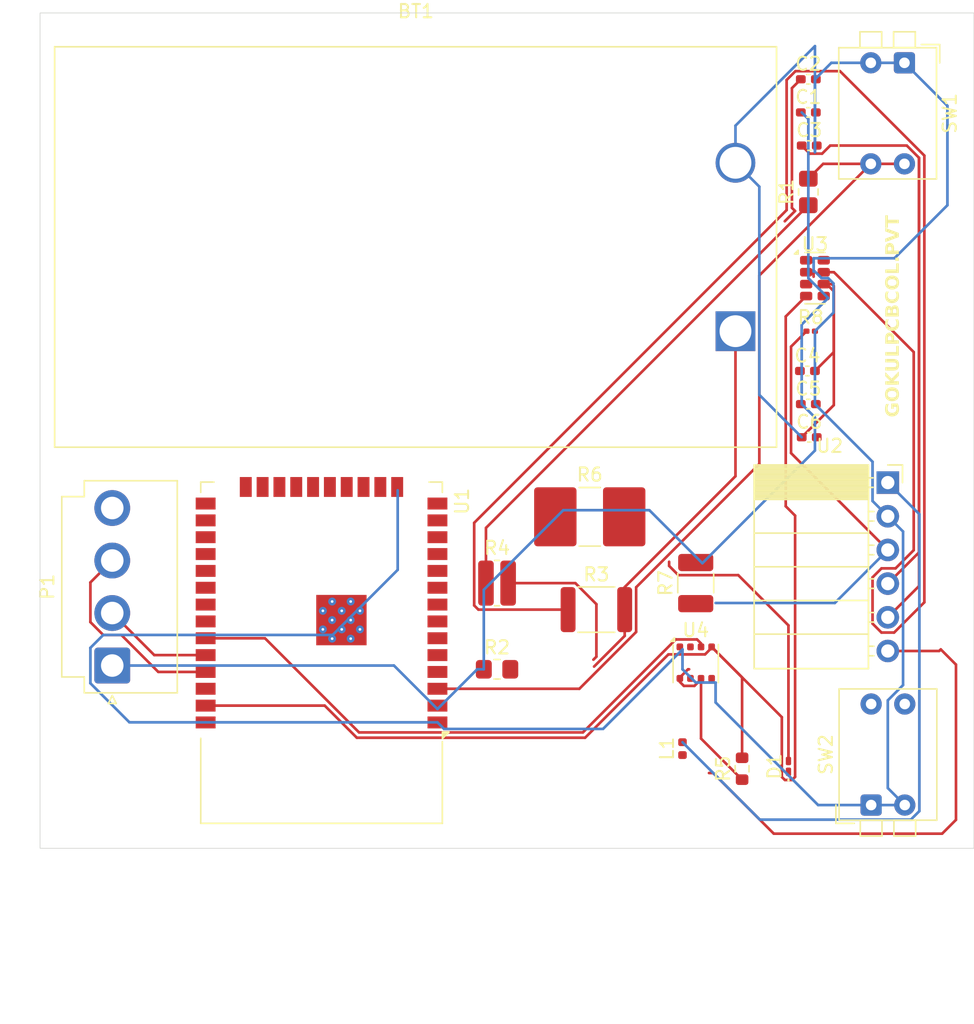
<source format=kicad_pcb>
(kicad_pcb (version 20241229) (generator "pcbnew") (generator_version "9.0")
  (layers (0 "F.Cu" signal) (2 "B.Cu" signal) (13 "F.Paste" user) (15 "B.Paste" user) (5 "F.SilkS" user "F.Silkscreen") (7 "B.SilkS" user "B.Silkscreen") (1 "F.Mask" user) (3 "B.Mask" user) (25 "Edge.Cuts" user))
  (net 0 "")
  (net 1 "/VCC")
  (net 2 "GND")
  (net 3 "+3V3")
  (net 4 "/3V3")
  (net 5 "Net-(D1-A)")
  (net 6 "Net-(U2-SW)")
  (net 7 "<NO NET>")
  (net 8 "/TXD")
  (net 9 "/RXD")
  (net 10 "/EN")
  (net 11 "/IO0")
  (net 12 "/VIN")
  (net 13 "Net-(U3-SDA)")
  (net 14 "/SCL")
  (net 15 "/FB")
  (net 36 "/SDA")
  (footprint "Resistor_SMD:R_0603_1608Metric" (layer "F.Cu") (at 136 86 90)
    (property "Reference" "R5" (at 0 -1.43 90) (layer "F.SilkS"))
    (property "Value" "3.3k")
    (fp_line (start -0.237258 -0.5225) (end 0.237258 -0.5225) (stroke (width 0.12)) (layer "F.SilkS"))
    (fp_line (start -0.237258 0.5225) (end 0.237258 0.5225) (stroke (width 0.12)) (layer "F.SilkS"))
    (pad "1" smd roundrect (at -0.825 0 90) (size 0.8 0.95) (layers "F.Cu" "F.Mask" "F.Paste") (net 3 "+3V3"))
    (pad "2" smd roundrect (at 0.825 0 90) (size 0.8 0.95) (layers "F.Cu" "F.Mask" "F.Paste") (net 14 "/SCL"))
  )
  (footprint "Connector_PinSocket_2.54mm:PinSocket_1x06_P2.54mm_Horizontal" (layer "F.Cu") (at 147 64.42)
    (property "Reference" "U2" (at -4.38 -2.77 0) (layer "F.SilkS"))
    (property "Value" "TLV61046ADBVR")
    (fp_line (start -10.09 -1.33) (end -10.09 14.03) (stroke (width 0.12)) (layer "F.SilkS"))
    (fp_line (start -10.09 -1.33) (end -1.46 -1.33) (stroke (width 0.12)) (layer "F.SilkS"))
    (fp_line (start -10.09 -1.21) (end -1.46 -1.21) (stroke (width 0.12)) (layer "F.SilkS"))
    (fp_line (start -10.09 -1.091905) (end -1.46 -1.091905) (stroke (width 0.12)) (layer "F.SilkS"))
    (fp_line (start -10.09 -0.97381) (end -1.46 -0.97381) (stroke (width 0.12)) (layer "F.SilkS"))
    (fp_line (start -10.09 -0.855715) (end -1.46 -0.855715) (stroke (width 0.12)) (layer "F.SilkS"))
    (fp_line (start -10.09 -0.73762) (end -1.46 -0.73762) (stroke (width 0.12)) (layer "F.SilkS"))
    (fp_line (start -10.09 -0.619525) (end -1.46 -0.619525) (stroke (width 0.12)) (layer "F.SilkS"))
    (fp_line (start -10.09 -0.50143) (end -1.46 -0.50143) (stroke (width 0.12)) (layer "F.SilkS"))
    (fp_line (start -10.09 -0.383335) (end -1.46 -0.383335) (stroke (width 0.12)) (layer "F.SilkS"))
    (fp_line (start -10.09 -0.26524) (end -1.46 -0.26524) (stroke (width 0.12)) (layer "F.SilkS"))
    (fp_line (start -10.09 -0.147145) (end -1.46 -0.147145) (stroke (width 0.12)) (layer "F.SilkS"))
    (fp_line (start -10.09 -0.02905) (end -1.46 -0.02905) (stroke (width 0.12)) (layer "F.SilkS"))
    (fp_line (start -10.09 0.089045) (end -1.46 0.089045) (stroke (width 0.12)) (layer "F.SilkS"))
    (fp_line (start -10.09 0.20714) (end -1.46 0.20714) (stroke (width 0.12)) (layer "F.SilkS"))
    (fp_line (start -10.09 0.325235) (end -1.46 0.325235) (stroke (width 0.12)) (layer "F.SilkS"))
    (fp_line (start -10.09 0.44333) (end -1.46 0.44333) (stroke (width 0.12)) (layer "F.SilkS"))
    (fp_line (start -10.09 0.561425) (end -1.46 0.561425) (stroke (width 0.12)) (layer "F.SilkS"))
    (fp_line (start -10.09 0.67952) (end -1.46 0.67952) (stroke (width 0.12)) (layer "F.SilkS"))
    (fp_line (start -10.09 0.797615) (end -1.46 0.797615) (stroke (width 0.12)) (layer "F.SilkS"))
    (fp_line (start -10.09 0.91571) (end -1.46 0.91571) (stroke (width 0.12)) (layer "F.SilkS"))
    (fp_line (start -10.09 1.033805) (end -1.46 1.033805) (stroke (width 0.12)) (layer "F.SilkS"))
    (fp_line (start -10.09 1.1519) (end -1.46 1.1519) (stroke (width 0.12)) (layer "F.SilkS"))
    (fp_line (start -10.09 1.27) (end -1.46 1.27) (stroke (width 0.12)) (layer "F.SilkS"))
    (fp_line (start -10.09 3.81) (end -1.46 3.81) (stroke (width 0.12)) (layer "F.SilkS"))
    (fp_line (start -10.09 6.35) (end -1.46 6.35) (stroke (width 0.12)) (layer "F.SilkS"))
    (fp_line (start -10.09 8.89) (end -1.46 8.89) (stroke (width 0.12)) (layer "F.SilkS"))
    (fp_line (start -10.09 11.43) (end -1.46 11.43) (stroke (width 0.12)) (layer "F.SilkS"))
    (fp_line (start -10.09 14.03) (end -1.46 14.03) (stroke (width 0.12)) (layer "F.SilkS"))
    (fp_line (start -1.46 -1.33) (end -1.46 14.03) (stroke (width 0.12)) (layer "F.SilkS"))
    (fp_line (start -1.46 -0.36) (end -1.11 -0.36) (stroke (width 0.12)) (layer "F.SilkS"))
    (fp_line (start -1.46 0.36) (end -1.11 0.36) (stroke (width 0.12)) (layer "F.SilkS"))
    (fp_line (start -1.46 2.18) (end -1.05 2.18) (stroke (width 0.12)) (layer "F.SilkS"))
    (fp_line (start -1.46 2.9) (end -1.05 2.9) (stroke (width 0.12)) (layer "F.SilkS"))
    (fp_line (start -1.46 4.72) (end -1.05 4.72) (stroke (width 0.12)) (layer "F.SilkS"))
    (fp_line (start -1.46 5.44) (end -1.05 5.44) (stroke (width 0.12)) (layer "F.SilkS"))
    (fp_line (start -1.46 7.26) (end -1.05 7.26) (stroke (width 0.12)) (layer "F.SilkS"))
    (fp_line (start -1.46 7.98) (end -1.05 7.98) (stroke (width 0.12)) (layer "F.SilkS"))
    (fp_line (start -1.46 9.8) (end -1.05 9.8) (stroke (width 0.12)) (layer "F.SilkS"))
    (fp_line (start -1.46 10.52) (end -1.05 10.52) (stroke (width 0.12)) (layer "F.SilkS"))
    (fp_line (start -1.46 12.34) (end -1.05 12.34) (stroke (width 0.12)) (layer "F.SilkS"))
    (fp_line (start -1.46 13.06) (end -1.05 13.06) (stroke (width 0.12)) (layer "F.SilkS"))
    (fp_line (start 0 -1.33) (end 1.11 -1.33) (stroke (width 0.12)) (layer "F.SilkS"))
    (fp_line (start 1.11 -1.33) (end 1.11 0) (stroke (width 0.12)) (layer "F.SilkS"))
    (pad "1" thru_hole rect (at 0 0) (size 1.7 1.7) (drill 1) (layers "*.Cu" "*.Mask") (net 6 "Net-(U2-SW)"))
    (pad "2" thru_hole oval (at 0 2.54) (size 1.7 1.7) (drill 1) (layers "*.Cu" "*.Mask") (net 2 "GND"))
    (pad "3" thru_hole oval (at 0 5.08) (size 1.7 1.7) (drill 1) (layers "*.Cu" "*.Mask") (net 15 "/FB"))
    (pad "4" thru_hole oval (at 0 7.62) (size 1.7 1.7) (drill 1) (layers "*.Cu" "*.Mask") (net 4 "/3V3"))
    (pad "5" thru_hole oval (at 0 10.16) (size 1.7 1.7) (drill 1) (layers "*.Cu" "*.Mask") (net 4 "/3V3"))
    (pad "6" thru_hole oval (at 0 12.7) (size 1.7 1.7) (drill 1) (layers "*.Cu" "*.Mask") (net 1 "/VCC"))
  )
  (footprint "Capacitor_SMD:C_0402_1005Metric_Pad0.74x0.62mm_HandSolder" (layer "F.Cu") (at 141.0675 39)
    (property "Reference" "C3" (at 0 -1.16 0) (layer "F.SilkS"))
    (property "Value" "3nf")
    (fp_line (start -0.115835 -0.36) (end 0.115835 -0.36) (stroke (width 0.12)) (layer "F.SilkS"))
    (fp_line (start -0.115835 0.36) (end 0.115835 0.36) (stroke (width 0.12)) (layer "F.SilkS"))
    (pad "1" smd roundrect (at -0.5675 0) (size 0.735 0.62) (layers "F.Cu" "F.Mask" "F.Paste") (net 4 "/3V3"))
    (pad "2" smd roundrect (at 0.5675 0) (size 0.735 0.62) (layers "F.Cu" "F.Mask" "F.Paste") (net 2 "GND"))
  )
  (footprint "Resistor_SMD:R_0805_2012Metric_Pad1.20x1.40mm_HandSolder" (layer "F.Cu") (at 117.5 78.5)
    (property "Reference" "R2" (at 0 -1.65 0) (layer "F.SilkS"))
    (property "Value" "10K")
    (fp_line (start -0.227064 -0.735) (end 0.227064 -0.735) (stroke (width 0.12)) (layer "F.SilkS"))
    (fp_line (start -0.227064 0.735) (end 0.227064 0.735) (stroke (width 0.12)) (layer "F.SilkS"))
    (pad "1" smd roundrect (at -1 0) (size 1.2 1.4) (layers "F.Cu" "F.Mask" "F.Paste") (roundrect_rratio 0.208333) (net 3 "+3V3"))
    (pad "2" smd roundrect (at 1 0) (size 1.2 1.4) (layers "F.Cu" "F.Mask" "F.Paste") (roundrect_rratio 0.208333) (net 11 "/IO0"))
  )
  (footprint "Capacitor_SMD:C_0402_1005Metric_Pad0.74x0.62mm_HandSolder" (layer "F.Cu") (at 141.0675 61)
    (property "Reference" "C6" (at 0 -1.16 0) (layer "F.SilkS"))
    (property "Value" "100nF")
    (fp_line (start -0.115835 -0.36) (end 0.115835 -0.36) (stroke (width 0.12)) (layer "F.SilkS"))
    (fp_line (start -0.115835 0.36) (end 0.115835 0.36) (stroke (width 0.12)) (layer "F.SilkS"))
    (pad "1" smd roundrect (at -0.5675 0) (size 0.735 0.62) (layers "F.Cu" "F.Mask" "F.Paste") (net 2 "GND"))
    (pad "2" smd roundrect (at 0.5675 0) (size 0.735 0.62) (layers "F.Cu" "F.Mask" "F.Paste") (net 3 "+3V3"))
  )
  (footprint "Capacitor_SMD:C_0402_1005Metric_Pad0.74x0.62mm_HandSolder" (layer "F.Cu") (at 141 58.5)
    (property "Reference" "C5" (at 0 -1.16 0) (layer "F.SilkS"))
    (property "Value" "100nF")
    (fp_line (start -0.115835 -0.36) (end 0.115835 -0.36) (stroke (width 0.12)) (layer "F.SilkS"))
    (fp_line (start -0.115835 0.36) (end 0.115835 0.36) (stroke (width 0.12)) (layer "F.SilkS"))
    (pad "1" smd roundrect (at -0.5675 0) (size 0.735 0.62) (layers "F.Cu" "F.Mask" "F.Paste") (net 3 "+3V3"))
    (pad "2" smd roundrect (at 0.5675 0) (size 0.735 0.62) (layers "F.Cu" "F.Mask" "F.Paste") (net 2 "GND"))
  )
  (footprint "Capacitor_SMD:C_0402_1005Metric_Pad0.74x0.62mm_HandSolder" (layer "F.Cu") (at 141 34)
    (property "Reference" "C2" (at 0 -1.16 0) (layer "F.SilkS"))
    (property "Value" "4.7uf")
    (fp_line (start -0.115835 -0.36) (end 0.115835 -0.36) (stroke (width 0.12)) (layer "F.SilkS"))
    (fp_line (start -0.115835 0.36) (end 0.115835 0.36) (stroke (width 0.12)) (layer "F.SilkS"))
    (pad "1" smd roundrect (at -0.5675 0) (size 0.735 0.62) (layers "F.Cu" "F.Mask" "F.Paste") (net 1 "/VCC"))
    (pad "2" smd roundrect (at 0.5675 0) (size 0.735 0.62) (layers "F.Cu" "F.Mask" "F.Paste") (net 2 "GND"))
  )
  (footprint "Battery:BatteryHolder_Eagle_12BH611-GR" (layer "F.Cu") (at 135.5 53)
    (property "Reference" "BT1" (at -24.13 -24.13 0) (layer "F.SilkS"))
    (property "Value" "Battery")
    (fp_line (start -51.4 -21.45) (end 3.1 -21.45) (stroke (width 0.12)) (layer "F.SilkS"))
    (fp_line (start -51.4 8.75) (end -51.4 -21.45) (stroke (width 0.12)) (layer "F.SilkS"))
    (fp_line (start 3.1 -21.45) (end 3.1 8.75) (stroke (width 0.12)) (layer "F.SilkS"))
    (fp_line (start 3.1 8.75) (end -51.4 8.75) (stroke (width 0.12)) (layer "F.SilkS"))
    (pad "" np_thru_hole circle (at -38.9 -17.45) (size 2.6 2.6) (drill 2.6) (layers "*.Cu" "*.Mask"))
    (pad "" np_thru_hole circle (at -24.15 4.75) (size 2.6 2.6) (drill 2.6) (layers "*.Cu" "*.Mask"))
    (pad "" np_thru_hole circle (at -10.9 -17.45) (size 2.6 2.6) (drill 2.6) (layers "*.Cu" "*.Mask"))
    (pad "1" thru_hole rect (at 0 0) (size 3 3) (drill 2.4) (layers "*.Cu" "*.Mask") (net 1 "/VCC"))
    (pad "2" thru_hole circle (at 0 -12.7) (size 3 3) (drill 2.4) (layers "*.Cu" "*.Mask") (net 2 "GND"))
  )
  (footprint "Resistor_SMD:R_1210_3225Metric_Pad1.30x2.65mm_HandSolder" (layer "F.Cu") (at 132.5 72 90)
    (property "Reference" "R7" (at 0 -2.28 90) (layer "F.SilkS"))
    (property "Value" "R")
    (fp_line (start -0.723737 -1.355) (end 0.723737 -1.355) (stroke (width 0.12)) (layer "F.SilkS"))
    (fp_line (start -0.723737 1.355) (end 0.723737 1.355) (stroke (width 0.12)) (layer "F.SilkS"))
    (pad "1" smd roundrect (at -1.55 0 90) (size 1.3 2.65) (layers "F.Cu" "F.Mask" "F.Paste") (roundrect_rratio 0.192308) (net 15 "/FB"))
    (pad "2" smd roundrect (at 1.55 0 90) (size 1.3 2.65) (layers "F.Cu" "F.Mask" "F.Paste") (roundrect_rratio 0.192308) (net 3 "+3V3"))
  )
  (footprint "Button_Switch_THT:SW_DIP_SPSTx02_Piano_CTS_Series194-2MSTN_W7.62mm_P2.54mm" (layer "F.Cu") (at 145.7425 88.74 90)
    (property "Reference" "SW2" (at 3.81 -3.42 90) (layer "F.SilkS"))
    (property "Value" "SW_Push_Dual")
    (fp_line (start -1.38 -2.66) (end 0.003 -2.66) (stroke (width 0.12)) (layer "F.SilkS"))
    (fp_line (start -1.38 -2.66) (end -1.38 -1.277) (stroke (width 0.12)) (layer "F.SilkS"))
    (fp_line (start 8.76 -2.42) (end 8.76 4.96) (stroke (width 0.12)) (layer "F.SilkS"))
    (fp_line (start -1.14 -2.42) (end 8.76 -2.42) (stroke (width 0.12)) (layer "F.SilkS"))
    (fp_line (start -1.14 -2.42) (end -1.14 4.96) (stroke (width 0.12)) (layer "F.SilkS"))
    (fp_line (start -1.14 -0.82) (end -1.14 0.82) (stroke (width 0.12)) (layer "F.SilkS"))
    (fp_line (start -2.34 -0.82) (end -1.14 -0.82) (stroke (width 0.12)) (layer "F.SilkS"))
    (fp_line (start -2.34 -0.82) (end -2.34 0.82) (stroke (width 0.12)) (layer "F.SilkS"))
    (fp_line (start -2.34 0.82) (end -1.14 0.82) (stroke (width 0.12)) (layer "F.SilkS"))
    (fp_line (start -1.14 1.72) (end -1.14 3.36) (stroke (width 0.12)) (layer "F.SilkS"))
    (fp_line (start -2.34 1.72) (end -1.14 1.72) (stroke (width 0.12)) (layer "F.SilkS"))
    (fp_line (start -2.34 1.72) (end -2.34 3.36) (stroke (width 0.12)) (layer "F.SilkS"))
    (fp_line (start -2.34 3.36) (end -1.14 3.36) (stroke (width 0.12)) (layer "F.SilkS"))
    (fp_line (start -1.14 4.96) (end 8.76 4.96) (stroke (width 0.12)) (layer "F.SilkS"))
    (pad "1" thru_hole roundrect (at 0 0 90) (size 1.6 1.6) (drill 0.8) (layers "*.Cu" "*.Mask") (roundrect_rratio 0.15625) (net 2 "GND"))
    (pad "2" thru_hole circle (at 0 2.54 90) (size 1.6 1.6) (drill 0.8) (layers "*.Cu" "*.Mask") (net 2 "GND"))
    (pad "3" thru_hole circle (at 7.62 2.54 90) (size 1.6 1.6) (drill 0.8) (layers "*.Cu" "*.Mask") (net 11 "/IO0"))
    (pad "4" thru_hole circle (at 7.62 0 90) (size 1.6 1.6) (drill 0.8) (layers "*.Cu" "*.Mask") (net 11 "/IO0"))
  )
  (footprint "Resistor_SMD:R_2816_7142Metric_Pad3.20x4.45mm_HandSolder" (layer "F.Cu") (at 124.5 67)
    (property "Reference" "R6" (at 0 -3.18 0) (layer "F.SilkS"))
    (property "Value" "R")
    (fp_line (start -0.797369 -2.21) (end 0.797369 -2.21) (stroke (width 0.12)) (layer "F.SilkS"))
    (fp_line (start -0.797369 2.21) (end 0.797369 2.21) (stroke (width 0.12)) (layer "F.SilkS"))
    (pad "1" smd roundrect (at -2.6 0) (size 3.2 4.45) (layers "F.Cu" "F.Mask" "F.Paste") (roundrect_rratio 0.078125) (net 3 "+3V3"))
    (pad "2" smd roundrect (at 2.6 0) (size 3.2 4.45) (layers "F.Cu" "F.Mask" "F.Paste") (roundrect_rratio 0.078125) (net 5 "Net-(D1-A)"))
  )
  (footprint "Capacitor_SMD:C_0402_1005Metric_Pad0.74x0.62mm_HandSolder" (layer "F.Cu") (at 140.9325 56)
    (property "Reference" "C4" (at 0 -1.16 0) (layer "F.SilkS"))
    (property "Value" "100nF")
    (fp_line (start -0.115835 -0.36) (end 0.115835 -0.36) (stroke (width 0.12)) (layer "F.SilkS"))
    (fp_line (start -0.115835 0.36) (end 0.115835 0.36) (stroke (width 0.12)) (layer "F.SilkS"))
    (pad "1" smd roundrect (at -0.5675 0) (size 0.735 0.62) (layers "F.Cu" "F.Mask" "F.Paste") (net 3 "+3V3"))
    (pad "2" smd roundrect (at 0.5675 0) (size 0.735 0.62) (layers "F.Cu" "F.Mask" "F.Paste") (net 2 "GND"))
  )
  (footprint "Resistor_SMD:R_0612_1632Metric_Pad1.18x3.40mm_HandSolder" (layer "F.Cu") (at 117.5 72)
    (property "Reference" "R4" (at 0 -2.65 0) (layer "F.SilkS"))
    (property "Value" "3.3k")
    (fp_line (start -0.182983 -1.71) (end 0.182983 -1.71) (stroke (width 0.12)) (layer "F.SilkS"))
    (fp_line (start -0.182983 1.71) (end 0.182983 1.71) (stroke (width 0.12)) (layer "F.SilkS"))
    (pad "1" smd roundrect (at -0.8375 0) (size 1.175 3.4) (layers "F.Cu" "F.Mask" "F.Paste") (roundrect_rratio 0.212766) (net 3 "+3V3"))
    (pad "2" smd roundrect (at 0.8375 0) (size 1.175 3.4) (layers "F.Cu" "F.Mask" "F.Paste") (roundrect_rratio 0.212766) (net 13 "Net-(U3-SDA)"))
  )
  (footprint "Package_LGA:Bosch_LGA-8_3x3mm_P0.8mm_ClockwisePinNumbering" (layer "F.Cu") (at 132.5 78)
    (property "Reference" "U4" (at 0 -2.45 0) (layer "F.SilkS"))
    (property "Value" "BME680")
    (fp_line (start -1.71 -1.36) (end -1.71 1.5) (stroke (width 0.12)) (layer "F.SilkS"))
    (fp_line (start 1.71 -1.36) (end 1.71 1.5) (stroke (width 0.12)) (layer "F.SilkS"))
    (fp_poly (pts (xy -1.6 -1.6) (xy -1.88 -1.6) (xy -1.6 -1.88) (xy -1.6 -1.6)) (stroke (width 0.12)) (fill yes) (layer "F.SilkS"))
    (pad "1" smd roundrect (at -1.2 -1.1875) (size 0.5 0.525) (layers "F.Cu" "F.Mask" "F.Paste") (net 2 "GND"))
    (pad "2" smd roundrect (at -0.4 -1.1875) (size 0.5 0.525) (layers "F.Cu" "F.Mask" "F.Paste") (net 3 "+3V3"))
    (pad "3" smd roundrect (at 0.4 -1.1875) (size 0.5 0.525) (layers "F.Cu" "F.Mask" "F.Paste") (net 36 "/SDA"))
    (pad "4" smd roundrect (at 1.2 -1.1875) (size 0.5 0.525) (layers "F.Cu" "F.Mask" "F.Paste") (net 14 "/SCL"))
    (pad "5" smd roundrect (at 1.2 1.1875) (size 0.5 0.525) (layers "F.Cu" "F.Mask" "F.Paste") (net 2 "GND"))
    (pad "6" smd roundrect (at 0.4 1.1875) (size 0.5 0.525) (layers "F.Cu" "F.Mask" "F.Paste") (net 3 "+3V3"))
    (pad "7" smd roundrect (at -0.4 1.1875) (size 0.5 0.525) (layers "F.Cu" "F.Mask" "F.Paste") (net 2 "GND"))
    (pad "8" smd roundrect (at -1.2 1.1875) (size 0.5 0.525) (layers "F.Cu" "F.Mask" "F.Paste") (net 3 "+3V3"))
  )
  (footprint "RF_Module:ESP32-WROOM-32D" (layer "F.Cu") (at 104.25 74.26 180)
    (property "Reference" "U1" (at -10.61 8.43 90) (layer "F.SilkS"))
    (property "Value" "ESP32-WROOM-32D")
    (fp_line (start 9.12 9.88) (end 8.12 9.88) (stroke (width 0.12)) (layer "F.SilkS"))
    (fp_line (start 9.12 9.1) (end 9.12 9.88) (stroke (width 0.12)) (layer "F.SilkS"))
    (fp_line (start 9.12 -15.86) (end 9.12 -9.445) (stroke (width 0.12)) (layer "F.SilkS"))
    (fp_line (start -9.12 9.88) (end -8.12 9.88) (stroke (width 0.12)) (layer "F.SilkS"))
    (fp_line (start -9.12 9.1) (end -9.12 9.88) (stroke (width 0.12)) (layer "F.SilkS"))
    (fp_line (start -9.12 -15.86) (end 9.12 -15.86) (stroke (width 0.12)) (layer "F.SilkS"))
    (fp_line (start -9.12 -15.86) (end -9.12 -9.7) (stroke (width 0.12)) (layer "F.SilkS"))
    (fp_poly (pts (xy -9.125 -8.975) (xy -9.625 -8.975) (xy -9.125 -9.475) (xy -9.125 -8.975)) (stroke (width 0.12)) (fill yes) (layer "F.SilkS"))
    (pad "1" smd rect (at -8.75 -8.25 180) (size 1.5 0.9) (layers "F.Cu" "F.Mask" "F.Paste") (net 2 "GND"))
    (pad "2" smd rect (at -8.75 -6.98 180) (size 1.5 0.9) (layers "F.Cu" "F.Mask" "F.Paste") (net 3 "+3V3"))
    (pad "3" smd rect (at -8.75 -5.71 180) (size 1.5 0.9) (layers "F.Cu" "F.Mask" "F.Paste") (net 10 "/EN"))
    (pad "4" smd rect (at -8.75 -4.44 180) (size 1.5 0.9) (layers "F.Cu" "F.Mask" "F.Paste"))
    (pad "5" smd rect (at -8.75 -3.17 180) (size 1.5 0.9) (layers "F.Cu" "F.Mask" "F.Paste"))
    (pad "6" smd rect (at -8.75 -1.9 180) (size 1.5 0.9) (layers "F.Cu" "F.Mask" "F.Paste"))
    (pad "7" smd rect (at -8.75 -0.63 180) (size 1.5 0.9) (layers "F.Cu" "F.Mask" "F.Paste"))
    (pad "8" smd rect (at -8.75 0.64 180) (size 1.5 0.9) (layers "F.Cu" "F.Mask" "F.Paste"))
    (pad "9" smd rect (at -8.75 1.91 180) (size 1.5 0.9) (layers "F.Cu" "F.Mask" "F.Paste"))
    (pad "10" smd rect (at -8.75 3.18 180) (size 1.5 0.9) (layers "F.Cu" "F.Mask" "F.Paste"))
    (pad "11" smd rect (at -8.75 4.45 180) (size 1.5 0.9) (layers "F.Cu" "F.Mask" "F.Paste"))
    (pad "12" smd rect (at -8.75 5.72 180) (size 1.5 0.9) (layers "F.Cu" "F.Mask" "F.Paste"))
    (pad "13" smd rect (at -8.75 6.99 180) (size 1.5 0.9) (layers "F.Cu" "F.Mask" "F.Paste"))
    (pad "14" smd rect (at -8.75 8.26 180) (size 1.5 0.9) (layers "F.Cu" "F.Mask" "F.Paste"))
    (pad "15" smd rect (at -5.71 9.51 270) (size 1.5 0.9) (layers "F.Cu" "F.Mask" "F.Paste") (net 2 "GND"))
    (pad "16" smd rect (at -4.44 9.51 270) (size 1.5 0.9) (layers "F.Cu" "F.Mask" "F.Paste"))
    (pad "17" smd rect (at -3.17 9.51 270) (size 1.5 0.9) (layers "F.Cu" "F.Mask" "F.Paste"))
    (pad "18" smd rect (at -1.9 9.51 270) (size 1.5 0.9) (layers "F.Cu" "F.Mask" "F.Paste"))
    (pad "19" smd rect (at -0.63 9.51 270) (size 1.5 0.9) (layers "F.Cu" "F.Mask" "F.Paste"))
    (pad "20" smd rect (at 0.64 9.51 270) (size 1.5 0.9) (layers "F.Cu" "F.Mask" "F.Paste"))
    (pad "21" smd rect (at 1.91 9.51 270) (size 1.5 0.9) (layers "F.Cu" "F.Mask" "F.Paste"))
    (pad "22" smd rect (at 3.18 9.51 270) (size 1.5 0.9) (layers "F.Cu" "F.Mask" "F.Paste"))
    (pad "23" smd rect (at 4.45 9.51 270) (size 1.5 0.9) (layers "F.Cu" "F.Mask" "F.Paste"))
    (pad "24" smd rect (at 5.72 9.51 270) (size 1.5 0.9) (layers "F.Cu" "F.Mask" "F.Paste"))
    (pad "25" smd rect (at 8.75 8.26 180) (size 1.5 0.9) (layers "F.Cu" "F.Mask" "F.Paste") (net 11 "/IO0"))
    (pad "26" smd rect (at 8.75 6.99 180) (size 1.5 0.9) (layers "F.Cu" "F.Mask" "F.Paste"))
    (pad "27" smd rect (at 8.75 5.72 180) (size 1.5 0.9) (layers "F.Cu" "F.Mask" "F.Paste"))
    (pad "28" smd rect (at 8.75 4.45 180) (size 1.5 0.9) (layers "F.Cu" "F.Mask" "F.Paste"))
    (pad "29" smd rect (at 8.75 3.18 180) (size 1.5 0.9) (layers "F.Cu" "F.Mask" "F.Paste"))
    (pad "30" smd rect (at 8.75 1.91 180) (size 1.5 0.9) (layers "F.Cu" "F.Mask" "F.Paste"))
    (pad "31" smd rect (at 8.75 0.64 180) (size 1.5 0.9) (layers "F.Cu" "F.Mask" "F.Paste"))
    (pad "32" smd rect (at 8.75 -0.63 180) (size 1.5 0.9) (layers "F.Cu" "F.Mask" "F.Paste"))
    (pad "33" smd rect (at 8.75 -1.9 180) (size 1.5 0.9) (layers "F.Cu" "F.Mask" "F.Paste") (net 36 "/SDA"))
    (pad "34" smd rect (at 8.75 -3.17 180) (size 1.5 0.9) (layers "F.Cu" "F.Mask" "F.Paste") (net 9 "/RXD"))
    (pad "35" smd rect (at 8.75 -4.44 180) (size 1.5 0.9) (layers "F.Cu" "F.Mask" "F.Paste") (net 8 "/TXD"))
    (pad "36" smd rect (at 8.75 -5.71 180) (size 1.5 0.9) (layers "F.Cu" "F.Mask" "F.Paste"))
    (pad "37" smd rect (at 8.75 -6.98 180) (size 1.5 0.9) (layers "F.Cu" "F.Mask" "F.Paste") (net 14 "/SCL"))
    (pad "38" smd rect (at 8.75 -8.25 180) (size 1.5 0.9) (layers "F.Cu" "F.Mask" "F.Paste") (net 2 "GND"))
    (pad "39" smd rect (at -2.9 -1.93 180) (size 0.9 0.9) (layers "F.Cu" "F.Paste") (net 2 "GND"))
    (pad "39" thru_hole circle (at -2.9 -1.23 180) (size 0.6 0.6) (drill 0.2) (property pad_prop_heatsink) (layers "*.Cu" "F.Mask") (net 2 "GND"))
    (pad "39" smd rect (at -2.9 -0.53 180) (size 0.9 0.9) (layers "F.Cu" "F.Paste") (net 2 "GND"))
    (pad "39" thru_hole circle (at -2.9 0.17 180) (size 0.6 0.6) (drill 0.2) (property pad_prop_heatsink) (layers "*.Cu" "F.Mask") (net 2 "GND"))
    (pad "39" smd rect (at -2.9 0.87 180) (size 0.9 0.9) (layers "F.Cu" "F.Paste") (net 2 "GND"))
    (pad "39" thru_hole circle (at -2.2 -1.93 180) (size 0.6 0.6) (drill 0.2) (property pad_prop_heatsink) (layers "*.Cu" "F.Mask") (net 2 "GND"))
    (pad "39" thru_hole circle (at -2.2 -0.53 180) (size 0.6 0.6) (drill 0.2) (property pad_prop_heatsink) (layers "*.Cu" "F.Mask") (net 2 "GND"))
    (pad "39" thru_hole circle (at -2.2 0.87 180) (size 0.6 0.6) (drill 0.2) (property pad_prop_heatsink) (layers "*.Cu" "F.Mask") (net 2 "GND"))
    (pad "39" thru_hole circle (at -1.525 -1.23 180) (size 0.6 0.6) (drill 0.2) (property pad_prop_heatsink) (layers "*.Cu" "F.Mask") (net 2 "GND"))
    (pad "39" thru_hole circle (at -1.525 0.17 180) (size 0.6 0.6) (drill 0.2) (property pad_prop_heatsink) (layers "*.Cu" "F.Mask") (net 2 "GND"))
    (pad "39" smd rect (at -1.5 -1.93 180) (size 0.9 0.9) (layers "F.Cu" "F.Paste") (net 2 "GND"))
    (pad "39" smd rect (at -1.5 -0.53 180) (size 0.9 0.9) (layers "F.Cu" "F.Paste") (net 2 "GND"))
    (pad "39" smd rect (at -1.5 -0.53 180) (size 3.8 3.8) (property pad_prop_heatsink) (layers "F.Cu" "F.Mask") (net 2 "GND"))
    (pad "39" smd rect (at -1.5 0.87 180) (size 0.9 0.9) (layers "F.Cu" "F.Paste") (net 2 "GND"))
    (pad "39" thru_hole circle (at -0.8 -1.93 180) (size 0.6 0.6) (drill 0.2) (property pad_prop_heatsink) (layers "*.Cu" "F.Mask") (net 2 "GND"))
    (pad "39" thru_hole circle (at -0.8 -0.53 180) (size 0.6 0.6) (drill 0.2) (property pad_prop_heatsink) (layers "*.Cu" "F.Mask") (net 2 "GND"))
    (pad "39" thru_hole circle (at -0.8 0.87 180) (size 0.6 0.6) (drill 0.2) (property pad_prop_heatsink) (layers "*.Cu" "F.Mask") (net 2 "GND"))
    (pad "39" smd rect (at -0.1 -1.93 180) (size 0.9 0.9) (layers "F.Cu" "F.Paste") (net 2 "GND"))
    (pad "39" thru_hole circle (at -0.1 -1.23 180) (size 0.6 0.6) (drill 0.2) (property pad_prop_heatsink) (layers "*.Cu" "F.Mask") (net 2 "GND"))
    (pad "39" smd rect (at -0.1 -0.53 180) (size 0.9 0.9) (layers "F.Cu" "F.Paste") (net 2 "GND"))
    (pad "39" thru_hole circle (at -0.1 0.17 180) (size 0.6 0.6) (drill 0.2) (property pad_prop_heatsink) (layers "*.Cu" "F.Mask") (net 2 "GND"))
    (pad "39" smd rect (at -0.1 0.87 180) (size 0.9 0.9) (layers "F.Cu" "F.Paste") (net 2 "GND"))
  )
  (footprint "Resistor_SMD:R_0805_2012Metric_Pad1.20x1.40mm_HandSolder" (layer "F.Cu") (at 141 42.5 90)
    (property "Reference" "R1" (at 0 -1.65 90) (layer "F.SilkS"))
    (property "Value" "10K")
    (fp_line (start -0.227064 -0.735) (end 0.227064 -0.735) (stroke (width 0.12)) (layer "F.SilkS"))
    (fp_line (start -0.227064 0.735) (end 0.227064 0.735) (stroke (width 0.12)) (layer "F.SilkS"))
    (pad "1" smd roundrect (at -1 0 90) (size 1.2 1.4) (layers "F.Cu" "F.Mask" "F.Paste") (roundrect_rratio 0.208333) (net 3 "+3V3"))
    (pad "2" smd roundrect (at 1 0 90) (size 1.2 1.4) (layers "F.Cu" "F.Mask" "F.Paste") (roundrect_rratio 0.208333) (net 10 "/EN"))
  )
  (footprint "Button_Switch_THT:SW_DIP_SPSTx02_Piano_CTS_Series194-2MSTN_W7.62mm_P2.54mm" (layer "F.Cu") (at 148.2575 32.76 -90)
    (property "Reference" "SW1" (at 3.81 -3.42 90) (layer "F.SilkS"))
    (property "Value" "SW_Push_Dual")
    (fp_line (start -1.14 4.96) (end 8.76 4.96) (stroke (width 0.12)) (layer "F.SilkS"))
    (fp_line (start -2.34 3.36) (end -1.14 3.36) (stroke (width 0.12)) (layer "F.SilkS"))
    (fp_line (start -2.34 1.72) (end -2.34 3.36) (stroke (width 0.12)) (layer "F.SilkS"))
    (fp_line (start -2.34 1.72) (end -1.14 1.72) (stroke (width 0.12)) (layer "F.SilkS"))
    (fp_line (start -1.14 1.72) (end -1.14 3.36) (stroke (width 0.12)) (layer "F.SilkS"))
    (fp_line (start -2.34 0.82) (end -1.14 0.82) (stroke (width 0.12)) (layer "F.SilkS"))
    (fp_line (start -2.34 -0.82) (end -2.34 0.82) (stroke (width 0.12)) (layer "F.SilkS"))
    (fp_line (start -2.34 -0.82) (end -1.14 -0.82) (stroke (width 0.12)) (layer "F.SilkS"))
    (fp_line (start -1.14 -0.82) (end -1.14 0.82) (stroke (width 0.12)) (layer "F.SilkS"))
    (fp_line (start -1.14 -2.42) (end -1.14 4.96) (stroke (width 0.12)) (layer "F.SilkS"))
    (fp_line (start -1.14 -2.42) (end 8.76 -2.42) (stroke (width 0.12)) (layer "F.SilkS"))
    (fp_line (start 8.76 -2.42) (end 8.76 4.96) (stroke (width 0.12)) (layer "F.SilkS"))
    (fp_line (start -1.38 -2.66) (end -1.38 -1.277) (stroke (width 0.12)) (layer "F.SilkS"))
    (fp_line (start -1.38 -2.66) (end 0.003 -2.66) (stroke (width 0.12)) (layer "F.SilkS"))
    (pad "1" thru_hole roundrect (at 0 0 270) (size 1.6 1.6) (drill 0.8) (layers "*.Cu" "*.Mask") (roundrect_rratio 0.15625) (net 2 "GND"))
    (pad "2" thru_hole circle (at 0 2.54 270) (size 1.6 1.6) (drill 0.8) (layers "*.Cu" "*.Mask") (net 2 "GND"))
    (pad "3" thru_hole circle (at 7.62 2.54 270) (size 1.6 1.6) (drill 0.8) (layers "*.Cu" "*.Mask") (net 10 "/EN"))
    (pad "4" thru_hole circle (at 7.62 0 270) (size 1.6 1.6) (drill 0.8) (layers "*.Cu" "*.Mask") (net 10 "/EN"))
  )
  (footprint "Inductor_SMD:L_0402_1005Metric" (layer "F.Cu") (at 131.5 84.485 90)
    (property "Reference" "L1" (at 0 -1.17 90) (layer "F.SilkS"))
    (property "Value" "L")
    (pad "1" smd roundrect (at -0.485 0 90) (size 0.59 0.64) (layers "F.Cu" "F.Mask" "F.Paste") (net 1 "/VCC"))
    (pad "2" smd roundrect (at 0.485 0 90) (size 0.59 0.64) (layers "F.Cu" "F.Mask" "F.Paste") (net 6 "Net-(U2-SW)"))
  )
  (footprint "Package_SON:MicroCrystal_C7_SON-8_1.5x3.2mm_P0.9mm" (layer "F.Cu") (at 141.5 49)
    (property "Reference" "U3" (at 0 -2.55 0) (layer "F.SilkS"))
    (property "Value" "INA219BIDR")
    (fp_line (start -0.75 -1.935) (end 0.75 -1.935) (stroke (width 0.12)) (layer "F.SilkS"))
    (fp_line (start -0.75 1.935) (end 0.75 1.935) (stroke (width 0.12)) (layer "F.SilkS"))
    (fp_poly (pts (xy -1.27 -1.82) (xy -1.55 -1.82) (xy -1.27 -2.1) (xy -1.27 -1.82)) (stroke (width 0.12)) (fill yes) (layer "F.SilkS"))
    (pad "1" smd roundrect (at -0.6625 -1.35) (size 0.925 0.65) (layers "F.Cu" "F.Mask" "F.Paste") (net 2 "GND"))
    (pad "2" smd roundrect (at -0.6625 -0.45) (size 0.925 0.65) (layers "F.Cu" "F.Mask" "F.Paste") (net 2 "GND"))
    (pad "3" smd roundrect (at -0.6625 0.45) (size 0.925 0.65) (layers "F.Cu" "F.Mask" "F.Paste") (net 13 "Net-(U3-SDA)"))
    (pad "4" smd roundrect (at -0.6625 1.35) (size 0.925 0.65) (layers "F.Cu" "F.Mask" "F.Paste") (net 14 "/SCL"))
    (pad "5" smd roundrect (at 0.6625 1.35) (size 0.925 0.65) (layers "F.Cu" "F.Mask" "F.Paste") (net 3 "+3V3"))
    (pad "6" smd roundrect (at 0.6625 0.45) (size 0.925 0.65) (layers "F.Cu" "F.Mask" "F.Paste") (net 2 "GND"))
    (pad "7" smd roundrect (at 0.6625 -0.45) (size 0.925 0.65) (layers "F.Cu" "F.Mask" "F.Paste") (net 12 "/VIN"))
    (pad "8" smd roundrect (at 0.6625 -1.35) (size 0.925 0.65) (layers "F.Cu" "F.Mask" "F.Paste") (net 1 "/VCC"))
  )
  (footprint "Resistor_SMD:R_0201_0603Metric" (layer "F.Cu") (at 141.18 53)
    (property "Reference" "R8" (at 0 -1.05 0) (layer "F.SilkS"))
    (property "Value" "R")
    (pad "1" smd roundrect (at -0.32 0) (size 0.46 0.4) (layers "F.Cu" "F.Mask") (net 15 "/FB"))
    (pad "2" smd roundrect (at 0.32 0) (size 0.46 0.4) (layers "F.Cu" "F.Mask") (net 2 "GND"))
  )
  (footprint "LED_SMD:LED_0201_0603Metric_Pad0.64x0.40mm_HandSolder" (layer "F.Cu") (at 139.5 85.825 90)
    (property "Reference" "D1" (at 0 -1.05 90) (layer "F.SilkS"))
    (property "Value" "LED")
    (fp_circle (center -1.035 0) (end -0.985 0) (stroke (width 0.1)) (fill no) (layer "F.SilkS"))
    (pad "1" smd roundrect (at -0.4075 0 90) (size 0.635 0.4) (layers "F.Cu" "F.Mask") (net 2 "GND"))
    (pad "2" smd roundrect (at 0.4075 0 90) (size 0.635 0.4) (layers "F.Cu" "F.Mask") (net 5 "Net-(D1-A)"))
  )
  (footprint "Capacitor_SMD:C_0402_1005Metric_Pad0.74x0.62mm_HandSolder" (layer "F.Cu") (at 141 36.5)
    (property "Reference" "C1" (at 0 -1.16 0) (layer "F.SilkS"))
    (property "Value" "100nF")
    (fp_line (start -0.115835 -0.36) (end 0.115835 -0.36) (stroke (width 0.12)) (layer "F.SilkS"))
    (fp_line (start -0.115835 0.36) (end 0.115835 0.36) (stroke (width 0.12)) (layer "F.SilkS"))
    (pad "1" smd roundrect (at -0.5675 0) (size 0.735 0.62) (layers "F.Cu" "F.Mask" "F.Paste") (net 3 "+3V3"))
    (pad "2" smd roundrect (at 0.5675 0) (size 0.735 0.62) (layers "F.Cu" "F.Mask" "F.Paste") (net 2 "GND"))
  )
  (footprint "Connector_JST:JST_VH_B4P-VH-B_1x04_P3.96mm_Vertical" (layer "F.Cu") (at 88.45 78.2175 90)
    (property "Reference" "P1" (at 5.94 -4.9 90) (layer "F.SilkS"))
    (property "Value" "Conn_01x04_Pin")
    (fp_line (start 12.74 -3.81) (end 12.74 -2.11) (stroke (width 0.12)) (layer "F.SilkS"))
    (fp_line (start -0.86 -3.81) (end 12.74 -3.81) (stroke (width 0.12)) (layer "F.SilkS"))
    (fp_line (start 13.94 -2.11) (end 13.94 4.91) (stroke (width 0.12)) (layer "F.SilkS"))
    (fp_line (start 12.74 -2.11) (end 13.94 -2.11) (stroke (width 0.12)) (layer "F.SilkS"))
    (fp_line (start -0.86 -2.11) (end -0.86 -3.81) (stroke (width 0.12)) (layer "F.SilkS"))
    (fp_line (start -2.06 -2.11) (end -0.86 -2.11) (stroke (width 0.12)) (layer "F.SilkS"))
    (fp_line (start -2.86 -0.3) (end -2.26 0) (stroke (width 0.12)) (layer "F.SilkS"))
    (fp_line (start -2.26 0) (end -2.86 0.3) (stroke (width 0.12)) (layer "F.SilkS"))
    (fp_line (start -2.86 0.3) (end -2.86 -0.3) (stroke (width 0.12)) (layer "F.SilkS"))
    (fp_line (start 13.94 4.91) (end -2.06 4.91) (stroke (width 0.12)) (layer "F.SilkS"))
    (fp_line (start -2.06 4.91) (end -2.06 -2.11) (stroke (width 0.12)) (layer "F.SilkS"))
    (pad "1" thru_hole roundrect (at 0 0 90) (size 2.7 2.7) (drill 1.7) (layers "*.Cu" "*.Mask") (roundrect_rratio 0.092593) (net 3 "+3V3"))
    (pad "2" thru_hole circle (at 3.96 0 90) (size 2.7 2.7) (drill 1.7) (layers "*.Cu" "*.Mask") (net 9 "/RXD"))
    (pad "3" thru_hole circle (at 7.92 0 90) (size 2.7 2.7) (drill 1.7) (layers "*.Cu" "*.Mask") (net 8 "/TXD"))
    (pad "4" thru_hole circle (at 11.88 0 90) (size 2.7 2.7) (drill 1.7) (layers "*.Cu" "*.Mask") (net 7 "<NO NET>"))
  )
  (footprint "Resistor_SMD:R_1812_4532Metric" (layer "F.Cu") (at 125 74)
    (property "Reference" "R3" (at 0 -2.65 0) (layer "F.SilkS"))
    (property "Value" "100m")
    (fp_line (start -1.386252 -1.71) (end 1.386252 -1.71) (stroke (width 0.12)) (layer "F.SilkS"))
    (fp_line (start -1.386252 1.71) (end 1.386252 1.71) (stroke (width 0.12)) (layer "F.SilkS"))
    (pad "1" smd roundrect (at -2.1375 0) (size 1.125 3.4) (layers "F.Cu" "F.Mask" "F.Paste") (roundrect_rratio 0.222222) (net 12 "/VIN"))
    (pad "2" smd roundrect (at 2.1375 0) (size 1.125 3.4) (layers "F.Cu" "F.Mask" "F.Paste") (roundrect_rratio 0.222222) (net 1 "/VCC"))
  )
  (gr_rect (start 83 29) (end 153.5 92) (stroke (width 0.05)) (fill no) (layer "Edge.Cuts"))
  (gr_text "GOKULPCBCOL.PVT" (at 148 59.5 90) (layer "F.SilkS") (effects (font (size 1 1)) (justify left bottom)))
  (segment (start 127.1375 74) (end 127.1375 75.98156) (width 0.2) (layer "F.Cu") (net 1))
  (segment (start 139.764 43.6989) (end 139.999 43.9339) (width 0.2) (layer "F.Cu") (net 1))
  (segment (start 138.393999 90.899) (end 151.101 90.899) (width 0.2) (layer "F.Cu") (net 1))
  (segment (start 133.5 86.325) (end 133.819999 86.325) (width 0.2) (layer "F.Cu") (net 1))
  (segment (start 139.999 43.9339) (end 139.2227 44.7102) (width 0.2) (layer "F.Cu") (net 1))
  (segment (start 150.88 77.12) (end 147 77.12) (width 0.2) (layer "F.Cu") (net 1))
  (segment (start 127.1375 74) (end 127.1375 72.3) (width 0.2) (layer "F.Cu") (net 1))
  (segment (start 152.149 78.149) (end 151 77) (width 0.2) (layer "F.Cu") (net 1))
  (segment (start 127.1375 72.3) (end 135.5 63.9375) (width 0.2) (layer "F.Cu") (net 1))
  (segment (start 152.149 89.851) (end 152.149 78.149) (width 0.2) (layer "F.Cu") (net 1))
  (segment (start 151 77) (end 150.88 77.12) (width 0.2) (layer "F.Cu") (net 1))
  (segment (start 133.819999 86.325) (end 138.393999 90.899) (width 0.2) (layer "F.Cu") (net 1))
  (segment (start 139.764 34.6685) (end 139.764 43.6989) (width 0.2) (layer "F.Cu") (net 1))
  (segment (start 127.1375 75.98156) (end 124.82453 78.29453) (width 0.2) (layer "F.Cu") (net 1))
  (segment (start 140.4325 34) (end 139.764 34.6685) (width 0.2) (layer "F.Cu") (net 1))
  (segment (start 151.101 90.899) (end 152.149 89.851) (width 0.2) (layer "F.Cu") (net 1))
  (segment (start 135.5 63.9375) (end 135.5 53) (width 0.2) (layer "F.Cu") (net 1))
  (segment (start 142.926 49.99101) (end 142.926 58.574) (width 0.2) (layer "F.Cu") (net 2))
  (segment (start 141.299999 48.55) (end 141.399 48.649001) (width 0.2) (layer "F.Cu") (net 2))
  (segment (start 141.399 48.649001) (end 141.399 48.88901) (width 0.2) (layer "F.Cu") (net 2))
  (segment (start 142.38499 49.45) (end 142.926 49.99101) (width 0.2) (layer "F.Cu") (net 2))
  (segment (start 142.926 58.574) (end 140.5 61) (width 0.2) (layer "F.Cu") (net 2))
  (segment (start 142.1625 49.45) (end 142.38499 49.45) (width 0.2) (layer "F.Cu") (net 2))
  (segment (start 140.8375 48.55) (end 141.299999 48.55) (width 0.2) (layer "F.Cu") (net 2))
  (segment (start 142.926 49.602) (end 142.774 49.45) (width 0.2) (layer "F.Cu") (net 2))
  (segment (start 142.926 54.574) (end 142.926 49.602) (width 0.2) (layer "F.Cu") (net 2))
  (segment (start 141.5 56) (end 142.926 54.574) (width 0.2) (layer "F.Cu") (net 2))
  (segment (start 142.774 49.45) (end 142.1625 49.45) (width 0.2) (layer "F.Cu") (net 2))
  (segment (start 86.799 79.55266) (end 86.799 76.88234) (width 0.2) (layer "B.Cu") (net 2))
  (segment (start 147.5 47.5) (end 151.5 43.5) (width 0.2) (layer "B.Cu") (net 2))
  (segment (start 134 81) (end 134 79.5) (width 0.2) (layer "B.Cu") (net 2))
  (segment (start 134 79.5) (end 132.5 79.5) (width 0.2) (layer "B.Cu") (net 2))
  (segment (start 151.5 36.0025) (end 148.2575 32.76) (width 0.2) (layer "B.Cu") (net 2))
  (segment (start 151.5 43.5) (end 151.5 36.0025) (width 0.2) (layer "B.Cu") (net 2))
  (segment (start 142.901 49.401) (end 142.5 49) (width 0.2) (layer "B.Cu") (net 2))
  (segment (start 148.151 79.69445) (end 147 80.84545) (width 0.2) (layer "B.Cu") (net 2))
  (segment (start 95.5 82.5) (end 89.74634 82.5) (width 0.2) (layer "B.Cu") (net 2))
  (segment (start 137.301 57.801) (end 140.5 61) (width 0.2) (layer "B.Cu") (net 2))
  (segment (start 141.74 88.74) (end 139.5 86.5) (width 0.2) (layer "B.Cu") (net 2))
  (segment (start 142.901 51.599) (end 142.901 49.401) (width 0.2) (layer "B.Cu") (net 2))
  (segment (start 89.74634 82.5) (end 86.799 79.55266) (width 0.2) (layer "B.Cu") (net 2))
  (segment (start 141.5 39.5) (end 141.5 31.5) (width 0.2) (layer "B.Cu") (net 2))
  (segment (start 141.5 34) (end 141.5 39.5) (width 0.2) (layer "B.Cu") (net 2))
  (segment (start 145.849 62.849) (end 141.5 58.5) (width 0.2) (layer "B.Cu") (net 2))
  (segment (start 87.77284 75.9085) (end 105.0915 75.9085) (width 0.2) (layer "B.Cu") (net 2))
  (segment (start 132.5 79.5) (end 132 79) (width 0.2) (layer "B.Cu") (net 2))
  (segment (start 148.151 68.111) (end 148.151 79.69445) (width 0.2) (layer "B.Cu") (net 2))
  (segment (start 145.7425 88.74) (end 141.74 88.74) (width 0.2) (layer "B.Cu") (net 2))
  (segment (start 147 66.96) (end 148.151 68.111) (width 0.2) (layer "B.Cu") (net 2))
  (segment (start 141.5 48.5) (end 141.401 48.5) (width 0.2) (layer "B.Cu") (net 2))
  (segment (start 131.5 77) (end 125.5 83) (width 0.2) (layer "B.Cu") (net 2))
  (segment (start 135.5 37.5) (end 135.5 40.3) (width 0.2) (layer "B.Cu") (net 2))
  (segment (start 141.5 53) (end 142.901 51.599) (width 0.2) (layer "B.Cu") (net 2))
  (segment (start 147 87.4575) (end 148.2825 88.74) (width 0.2) (layer "B.Cu") (net 2))
  (segment (start 142.5 49) (end 142 49) (width 0.2) (layer "B.Cu") (net 2))
  (segment (start 142.74 32.76) (end 141.5 34) (width 0.2) (layer "B.Cu") (net 2))
  (segment (start 105.0915 75.9085) (end 106 75) (width 0.2) (layer "B.Cu") (net 2))
  (segment (start 125.5 83) (end 113.5 83) (width 0.2) (layer "B.Cu") (net 2))
  (segment (start 141.401 47.5) (end 147.5 47.5) (width 0.2) (layer "B.Cu") (net 2))
  (segment (start 141.5 58.5) (end 141.5 53) (width 0.2) (layer "B.Cu") (net 2))
  (segment (start 131.5 78.5) (end 131.5 77) (width 0.2) (layer "B.Cu") (net 2))
  (segment (start 113.5 83) (end 113 82.5) (width 0.2) (layer "B.Cu") (net 2))
  (segment (start 86.799 76.88234) (end 87.77284 75.9085) (width 0.2) (layer "B.Cu") (net 2))
  (segment (start 147 66.96) (end 145.849 65.809) (width 0.2) (layer "B.Cu") (net 2))
  (segment (start 137.301 42.101) (end 137.301 57.801) (width 0.2) (layer "B.Cu") (net 2))
  (segment (start 141.5 31.5) (end 135.5 37.5) (width 0.2) (layer "B.Cu") (net 2))
  (segment (start 142 49) (end 141.5 48.5) (width 0.2) (layer "B.Cu") (net 2))
  (segment (start 110 71) (end 110 65) (width 0.2) (layer "B.Cu") (net 2))
  (segment (start 145.849 65.809) (end 145.849 62.849) (width 0.2) (layer "B.Cu") (net 2))
  (segment (start 106 75) (end 110 71) (width 0.2) (layer "B.Cu") (net 2))
  (segment (start 132 79) (end 131.5 78.5) (width 0.2) (layer "B.Cu") (net 2))
  (segment (start 147 80.84545) (end 147 87.4575) (width 0.2) (layer "B.Cu") (net 2))
  (segment (start 148.2825 88.74) (end 145.7425 88.74) (width 0.2) (layer "B.Cu") (net 2))
  (segment (start 135.5 40.3) (end 137.301 42.101) (width 0.2) (layer "B.Cu") (net 2))
  (segment (start 141.401 48.5) (end 141.401 47.5) (width 0.2) (layer "B.Cu") (net 2))
  (segment (start 113 82.5) (end 95.5 82.5) (width 0.2) (layer "B.Cu") (net 2))
  (segment (start 139.5 86.5) (end 134 81) (width 0.2) (layer "B.Cu") (net 2))
  (segment (start 145.7175 32.76) (end 142.74 32.76) (width 0.2) (layer "B.Cu") (net 2))
  (segment (start 145.7175 32.76) (end 148.2575 32.76) (width 0.2) (layer "B.Cu") (net 2))
  (segment (start 132.9 83.725) (end 132.9 79.1875) (width 0.2) (layer "F.Cu") (net 3))
  (segment (start 136 86.825) (end 132.9 83.725) (width 0.2) (layer "F.Cu") (net 3))
  (segment (start 131.919082 78.5) (end 132 78.5) (width 0.2) (layer "F.Cu") (net 3))
  (segment (start 116.6625 67.8375) (end 141 43.5) (width 0.2) (layer "F.Cu") (net 3))
  (segment (start 131.3 79.1875) (end 131.3 79.119082) (width 0.2) (layer "F.Cu") (net 3))
  (segment (start 132.404918 79.751) (end 131.601001 79.751) (width 0.2) (layer "F.Cu") (net 3))
  (segment (start 116.6625 72) (end 116.6625 67.8375) (width 0.2) (layer "F.Cu") (net 3))
  (segment (start 131.3 79.119082) (end 131.919082 78.5) (width 0.2) (layer "F.Cu") (net 3))
  (segment (start 132.9 79.1875) (end 132.9 79.255918) (width 0.2) (layer "F.Cu") (net 3))
  (segment (start 131.601001 79.751) (end 131.3 79.449999) (width 0.2) (layer "F.Cu") (net 3))
  (segment (start 131.3 79.449999) (end 131.3 79.1875) (width 0.2) (layer "F.Cu") (net 3))
  (segment (start 132.9 79.255918) (end 132.404918 79.751) (width 0.2) (layer "F.Cu") (net 3))
  (segment (start 141.5 59.5) (end 140.5 58.5) (width 0.2) (layer "B.Cu") (net 3))
  (segment (start 133 70.5) (end 141.5 62) (width 0.2) (layer "B.Cu") (net 3))
  (segment (start 141.5 61) (end 141.5 59.5) (width 0.2) (layer "B.Cu") (net 3))
  (segment (start 141.5 62) (end 141.5 61) (width 0.2) (layer "B.Cu") (net 3))
  (segment (start 109.7175 78.2175) (end 113 81.5) (width 0.2) (layer "B.Cu") (net 3))
  (segment (start 140.5 55.5) (end 140.5 52.5) (width 0.2) (layer "B.Cu") (net 3))
  (segment (start 116 78.5) (end 116.5 78.5) (width 0.2) (layer "B.Cu") (net 3))
  (segment (start 113 81.5) (end 116 78.5) (width 0.2) (layer "B.Cu") (net 3))
  (segment (start 129 66.5) (end 133 70.5) (width 0.2) (layer "B.Cu") (net 3))
  (segment (start 141 37) (end 140.5 36.5) (width 0.2) (layer "B.Cu") (net 3))
  (segment (start 141 49) (end 141 43.5) (width 0.2) (layer "B.Cu") (net 3))
  (segment (start 116.5 78.5) (end 116.5 72.5) (width 0.2) (layer "B.Cu") (net 3))
  (segment (start 117 72) (end 122.5 66.5) (width 0.2) (layer "B.Cu") (net 3))
  (segment (start 123 66.5) (end 129 66.5) (width 0.2) (layer "B.Cu") (net 3))
  (segment (start 88.45 78.2175) (end 109.7175 78.2175) (width 0.2) (layer "B.Cu") (net 3))
  (segment (start 116.5 72.5) (end 117 72) (width 0.2) (layer "B.Cu") (net 3))
  (segment (start 140.5 52.5) (end 142.5 50.5) (width 0.2) (layer "B.Cu") (net 3))
  (segment (start 141 43.5) (end 141 37) (width 0.2) (layer "B.Cu") (net 3))
  (segment (start 142.5 50.5) (end 141 49) (width 0.2) (layer "B.Cu") (net 3))
  (segment (start 122.5 66.5) (end 123 66.5) (width 0.2) (layer "B.Cu") (net 3))
  (segment (start 140.5 58.5) (end 140.5 55.5) (width 0.2) (layer "B.Cu") (net 3))
  (segment (start 149.3585 69.6815) (end 147 72.04) (width 0.2) (layer "F.Cu") (net 4))
  (segment (start 149.3585 72.2215) (end 149.3585 39.92395) (width 0.2) (layer "F.Cu") (net 4))
  (segment (start 142.651676 39) (end 142.040676 39.611) (width 0.2) (layer "F.Cu") (net 4))
  (segment (start 148.43455 39) (end 142.651676 39) (width 0.2) (layer "F.Cu") (net 4))
  (segment (start 149.3585 39.92395) (end 148.43455 39) (width 0.2) (layer "F.Cu") (net 4))
  (segment (start 142.040676 39.611) (end 141.111 39.611) (width 0.2) (layer "F.Cu") (net 4))
  (segment (start 141.111 39.611) (end 140.5 39) (width 0.2) (layer "F.Cu") (net 4))
  (segment (start 149.3585 39.92395) (end 149.3585 69.6815) (width 0.2) (layer "F.Cu") (net 4))
  (segment (start 147 74.58) (end 149.3585 72.2215) (width 0.2) (layer "F.Cu") (net 4))
  (segment (start 139.5 85.4175) (end 139.5 75.18884) (width 0.2) (layer "F.Cu") (net 5))
  (segment (start 131.18984 71.401) (end 130.49147 70.70263) (width 0.2) (layer "F.Cu") (net 5))
  (segment (start 130.49147 70.70263) (end 130.49147 70.39147) (width 0.2) (layer "F.Cu") (net 5))
  (segment (start 139.5 75.18884) (end 135.71216 71.401) (width 0.2) (layer "F.Cu") (net 5))
  (segment (start 135.71216 71.401) (end 131.18984 71.401) (width 0.2) (layer "F.Cu") (net 5))
  (segment (start 148.73855 89.841) (end 137.341 89.841) (width 0.2) (layer "B.Cu") (net 6))
  (segment (start 149.3835 66.8035) (end 149.3835 89.19605) (width 0.2) (layer "B.Cu") (net 6))
  (segment (start 149.3835 89.19605) (end 148.73855 89.841) (width 0.2) (layer "B.Cu") (net 6))
  (segment (start 137.341 89.841) (end 131.5 84) (width 0.2) (layer "B.Cu") (net 6))
  (segment (start 147 64.42) (end 149.3835 66.8035) (width 0.2) (layer "B.Cu") (net 6))
  (segment (start 89.133867 75.9085) (end 91.925367 78.7) (width 0.2) (layer "F.Cu") (net 8))
  (segment (start 91.925367 78.7) (end 95.5 78.7) (width 0.2) (layer "F.Cu") (net 8))
  (segment (start 88.45 70.2975) (end 86.799 71.9485) (width 0.2) (layer "F.Cu") (net 8))
  (segment (start 86.799 71.9485) (end 86.799 74.941367) (width 0.2) (layer "F.Cu") (net 8))
  (segment (start 86.799 74.941367) (end 87.766133 75.9085) (width 0.2) (layer "F.Cu") (net 8))
  (segment (start 87.766133 75.9085) (end 89.133867 75.9085) (width 0.2) (layer "F.Cu") (net 8))
  (segment (start 88.45 74.2575) (end 91.6225 77.43) (width 0.2) (layer "F.Cu") (net 9))
  (segment (start 91.6225 77.43) (end 95.5 77.43) (width 0.2) (layer "F.Cu") (net 9))
  (segment (start 128.001 72.31484) (end 128.001 75.68516) (width 0.2) (layer "F.Cu") (net 10))
  (segment (start 137.301 63.01484) (end 128.001 72.31484) (width 0.2) (layer "F.Cu") (net 10))
  (segment (start 128.001 75.68516) (end 123.71616 79.97) (width 0.2) (layer "F.Cu") (net 10))
  (segment (start 123.71616 79.97) (end 113 79.97) (width 0.2) (layer "F.Cu") (net 10))
  (segment (start 145.7175 40.38) (end 142.12 40.38) (width 0.2) (layer "F.Cu") (net 10))
  (segment (start 142.12 40.38) (end 141 41.5) (width 0.2) (layer "F.Cu") (net 10))
  (segment (start 148.2575 40.38) (end 145.7175 40.38) (width 0.2) (layer "F.Cu") (net 10))
  (segment (start 137.301 48.7965) (end 137.301 63.01484) (width 0.2) (layer "F.Cu") (net 10))
  (segment (start 145.7175 40.38) (end 137.301 48.7965) (width 0.2) (layer "F.Cu") (net 10))
  (segment (start 148.9575 54.57451) (end 142.93299 48.55) (width 0.2) (layer "F.Cu") (net 12))
  (segment (start 139.363 34.052824) (end 140.026824 33.389) (width 0.2) (layer "F.Cu") (net 12))
  (segment (start 146.52324 75.731) (end 145.849 75.05676) (width 0.2) (layer "F.Cu") (net 12))
  (segment (start 146.52324 70.889) (end 147.5839 70.889) (width 0.2) (layer "F.Cu") (net 12))
  (segment (start 122.8625 74) (end 116.08884 74) (width 0.2) (layer "F.Cu") (net 12))
  (segment (start 147.47676 75.731) (end 146.52324 75.731) (width 0.2) (layer "F.Cu") (net 12))
  (segment (start 147.5839 70.889) (end 148.9575 69.5154) (width 0.2) (layer "F.Cu") (net 12))
  (segment (start 140.026824 33.389) (end 143.39065 33.389) (width 0.2) (layer "F.Cu") (net 12))
  (segment (start 149.7595 73.44826) (end 147.47676 75.731) (width 0.2) (layer "F.Cu") (net 12))
  (segment (start 115.774 73.68516) (end 115.774 67.454) (width 0.2) (layer "F.Cu") (net 12))
  (segment (start 139.363 43.865) (end 139.363 34.052824) (width 0.2) (layer "F.Cu") (net 12))
  (segment (start 116.08884 74) (end 115.774 73.68516) (width 0.2) (layer "F.Cu") (net 12))
  (segment (start 145.849 71.56324) (end 146.52324 70.889) (width 0.2) (layer "F.Cu") (net 12))
  (segment (start 143.39065 33.389) (end 149.7595 39.75785) (width 0.2) (layer "F.Cu") (net 12))
  (segment (start 148.9575 69.5154) (end 148.9575 54.57451) (width 0.2) (layer "F.Cu") (net 12))
  (segment (start 145.849 75.05676) (end 145.849 71.56324) (width 0.2) (layer "F.Cu") (net 12))
  (segment (start 142.93299 48.55) (end 142.1625 48.55) (width 0.2) (layer "F.Cu") (net 12))
  (segment (start 149.7595 39.75785) (end 149.7595 73.44826) (width 0.2) (layer "F.Cu") (net 12))
  (segment (start 115.774 67.454) (end 139.363 43.865) (width 0.2) (layer "F.Cu") (net 12))
  (segment (start 125 77.55196) (end 124.77598 77.77598) (width 0.2) (layer "F.Cu") (net 13))
  (segment (start 118.3375 72) (end 123.41116 72) (width 0.2) (layer "F.Cu") (net 13))
  (segment (start 123.41116 72) (end 125 73.58884) (width 0.2) (layer "F.Cu") (net 13))
  (segment (start 125 73.58884) (end 125 77.55196) (width 0.2) (layer "F.Cu") (net 13))
  (segment (start 139.23113 86.851) (end 138.999 86.61887) (width 0.2) (layer "F.Cu") (net 14))
  (segment (start 138.999 82.1115) (end 133.7 76.8125) (width 0.2) (layer "F.Cu") (net 14))
  (segment (start 138.999 86.61887) (end 138.999 82.1115) (width 0.2) (layer "F.Cu") (net 14))
  (segment (start 136 85.175) (end 136 79.1125) (width 0.2) (layer "F.Cu") (net 14))
  (segment (start 104.4909 81.24) (end 106.9129 83.662) (width 0.2) (layer "F.Cu") (net 14))
  (segment (start 140.001 66.91) (end 140.001 86.61887) (width 0.2) (layer "F.Cu") (net 14))
  (segment (start 136 79.1125) (end 133.7 76.8125) (width 0.2) (layer "F.Cu") (net 14))
  (segment (start 130.435182 77.376) (end 133.204918 77.376) (width 0.2) (layer "F.Cu") (net 14))
  (segment (start 140.8375 50.35) (end 139.2955 51.892) (width 0.2) (layer "F.Cu") (net 14))
  (segment (start 139.2955 66.2045) (end 140.001 66.91) (width 0.2) (layer "F.Cu") (net 14))
  (segment (start 133.7 76.880918) (end 133.7 76.8125) (width 0.2) (layer "F.Cu") (net 14))
  (segment (start 139.2955 51.892) (end 139.2955 66.2045) (width 0.2) (layer "F.Cu") (net 14))
  (segment (start 139.76887 86.851) (end 139.23113 86.851) (width 0.2) (layer "F.Cu") (net 14))
  (segment (start 124.149182 83.662) (end 130.435182 77.376) (width 0.2) (layer "F.Cu") (net 14))
  (segment (start 140.001 86.61887) (end 139.76887 86.851) (width 0.2) (layer "F.Cu") (net 14))
  (segment (start 133.204918 77.376) (end 133.7 76.880918) (width 0.2) (layer "F.Cu") (net 14))
  (segment (start 95.5 81.24) (end 104.4909 81.24) (width 0.2) (layer "F.Cu") (net 14))
  (segment (start 106.9129 83.662) (end 124.149182 83.662) (width 0.2) (layer "F.Cu") (net 14))
  (segment (start 139.6965 62.1965) (end 147 69.5) (width 0.2) (layer "F.Cu") (net 15))
  (segment (start 140.86 53) (end 139.6965 54.1635) (width 0.2) (layer "F.Cu") (net 15))
  (segment (start 139.6965 54.1635) (end 139.6965 62.1965) (width 0.2) (layer "F.Cu") (net 15))
  (segment (start 143 73.5) (end 134 73.5) (width 0.2) (layer "B.Cu") (net 15))
  (segment (start 147 69.5) (end 143 73.5) (width 0.2) (layer "B.Cu") (net 15))
  (segment (start 107.079 83.261) (end 123.983082 83.261) (width 0.2) (layer "F.Cu") (net 36))
  (segment (start 95.5 76.16) (end 99.978 76.16) (width 0.2) (layer "F.Cu") (net 36))
  (segment (start 132.598999 76.249) (end 132.9 76.550001) (width 0.2) (layer "F.Cu") (net 36))
  (segment (start 123.983082 83.261) (end 130.995082 76.249) (width 0.2) (layer "F.Cu") (net 36))
  (segment (start 130.995082 76.249) (end 132.598999 76.249) (width 0.2) (layer "F.Cu") (net 36))
  (segment (start 99.978 76.16) (end 107.079 83.261) (width 0.2) (layer "F.Cu") (net 36))
  (segment (start 132.9 76.550001) (end 132.9 76.8125) (width 0.2) (layer "F.Cu") (net 36))
)
</source>
